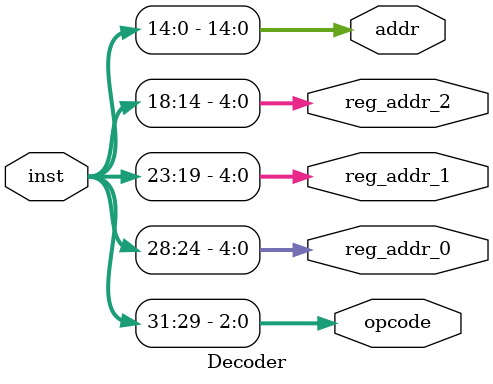
<source format=v>
`timescale 1ns / 1ps
/*
Decoder Module

Takes a 32-bit instruction as input and drives each
of the output based on the Instruction Set Architecture
given in the project instructions
*/


module  Decoder(
    input [31:0] inst, 
    output [2:0] opcode,
    output [4:0] reg_addr_0,
    output [4:0] reg_addr_1,
    output [4:0] reg_addr_2,
    output [14:0] addr // specs say 15 but it still works as we only support 2^7 addresses
    );
    
    // Use assign statements to redirect parts of the instruction to output
    //not all parts are used for all instructions, but that does not matter as
    //there is no overlap in instruction bits, so the use parts go fully unused. 
    assign opcode = inst[31:29];
    assign addr = inst[14:0]; 
    assign reg_addr_0 = inst[29:24]; 
    assign reg_addr_1 = inst[23:19]; 
    assign reg_addr_2 = inst[18:14]; 
    
endmodule

</source>
